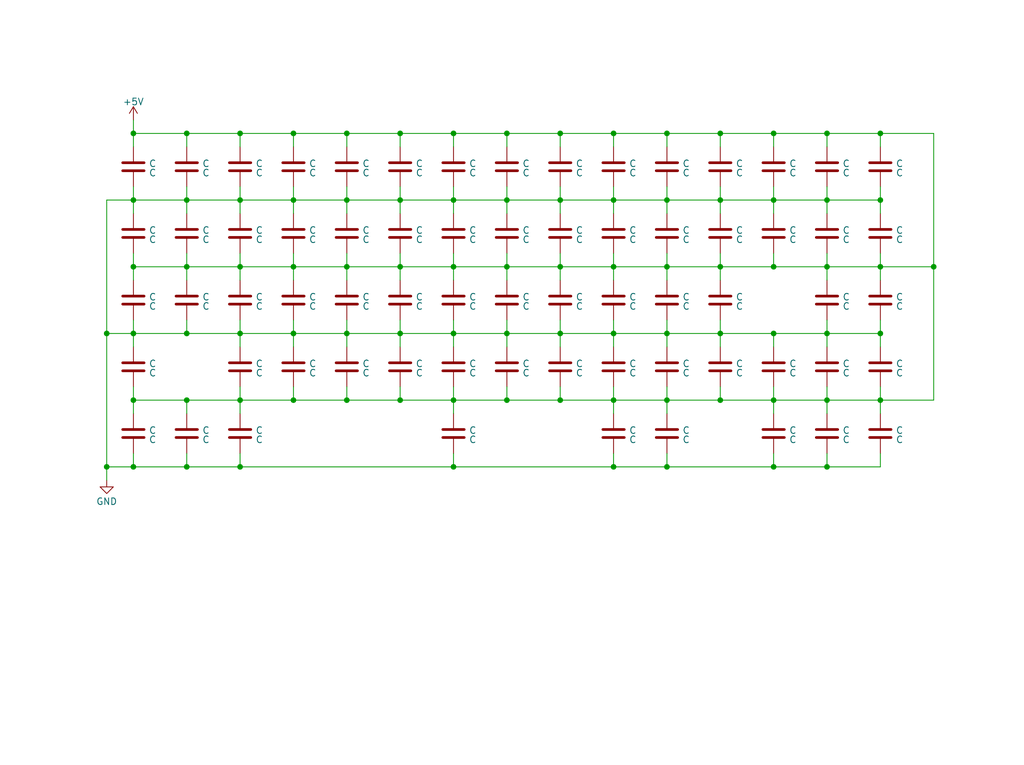
<source format=kicad_sch>
(kicad_sch (version 20220404) (generator eeschema)
  (paper "User" 194.996 145.745)
  (title_block (title "Nyx (RGB Capacitors)") (date "2023-06-05") (rev "1") (comment 1 "Copyright © 2023 HorrorTroll") (comment 2 "GPL2 License"))
  (lib_symbols
    (symbol "Device:C" (pin_numbers hide) (pin_names (offset 0.254))
      (property "Reference" "C" (at 0.635 2.54 0))
      (property "Value" "C" (at 0.635 -2.54 0))
      (symbol "C_0_1"
        (polyline (pts (xy -2.032 -0.762) (xy 2.032 -0.762)) (stroke (width 0.508)))
        (polyline (pts (xy -2.032 0.762) (xy 2.032 0.762)) (stroke (width 0.508)))
      )
      (symbol "C_1_1"
        (pin passive line (at 0 3.81 270) (length 2.794) (name "~") (number "1"))
        (pin passive line (at 0 -3.81 90) (length 2.794) (name "~") (number "2"))
      )
    )
    (symbol "power:+5V" (power) (pin_names (offset 0))
      (property "Value" "+5V" (at 0 3.556 0))
      (symbol "+5V_0_1"
        (polyline (pts (xy -0.762 1.27) (xy 0 2.54)))
        (polyline (pts (xy 0 0) (xy 0 2.54)))
        (polyline (pts (xy 0 2.54) (xy 0.762 1.27)))
      )
      (symbol "+5V_1_1"
        (pin power_in line (at 0 0 90) (length 0) hide (name "+5V") (number "1"))
      )
    )
    (symbol "power:GND" (power) (pin_names (offset 0))
      (property "Value" "GND" (at 0 -3.81 0))
      (symbol "GND_0_1"
        (polyline (pts (xy 0 0) (xy 0 -1.27) (xy 1.27 -1.27) (xy 0 -2.54) (xy -1.27 -1.27) (xy 0 -1.27)))
      )
      (symbol "GND_1_1"
        (pin power_in line (at 0 0 270) (length 0) hide (name "GND") (number "1"))
      )
    )
  )
  (junction (at 55.88 50.8))
  (junction (at 55.88 38.1))
  (junction (at 157.48 38.1))
  (junction (at 96.52 76.2))
  (junction (at 96.52 25.4))
  (junction (at 96.52 50.8))
  (junction (at 25.4 88.9))
  (junction (at 106.68 50.8))
  (junction (at 20.32 63.5))
  (junction (at 147.32 50.8))
  (junction (at 66.04 50.8))
  (junction (at 177.8 50.8))
  (junction (at 147.32 25.4))
  (junction (at 127 88.9))
  (junction (at 116.84 76.2))
  (junction (at 25.4 25.4))
  (junction (at 66.04 25.4))
  (junction (at 76.2 50.8))
  (junction (at 76.2 63.5))
  (junction (at 25.4 63.5))
  (junction (at 127 76.2))
  (junction (at 55.88 76.2))
  (junction (at 86.36 38.1))
  (junction (at 25.4 76.2))
  (junction (at 137.16 38.1))
  (junction (at 76.2 38.1))
  (junction (at 106.68 38.1))
  (junction (at 35.56 76.2))
  (junction (at 55.88 63.5))
  (junction (at 45.72 63.5))
  (junction (at 127 25.4))
  (junction (at 147.32 88.9))
  (junction (at 86.36 63.5))
  (junction (at 35.56 88.9))
  (junction (at 137.16 25.4))
  (junction (at 35.56 38.1))
  (junction (at 106.68 63.5))
  (junction (at 106.68 25.4))
  (junction (at 167.64 38.1))
  (junction (at 25.4 38.1))
  (junction (at 157.48 50.8))
  (junction (at 86.36 25.4))
  (junction (at 76.2 76.2))
  (junction (at 147.32 76.2))
  (junction (at 167.64 25.4))
  (junction (at 35.56 63.5))
  (junction (at 45.72 38.1))
  (junction (at 86.36 76.2))
  (junction (at 45.72 88.9))
  (junction (at 86.36 50.8))
  (junction (at 127 50.8))
  (junction (at 137.16 63.5))
  (junction (at 106.68 76.2))
  (junction (at 167.64 63.5))
  (junction (at 76.2 25.4))
  (junction (at 116.84 25.4))
  (junction (at 35.56 25.4))
  (junction (at 66.04 76.2))
  (junction (at 157.48 88.9))
  (junction (at 35.56 50.8))
  (junction (at 96.52 63.5))
  (junction (at 137.16 50.8))
  (junction (at 137.16 76.2))
  (junction (at 127 63.5))
  (junction (at 147.32 63.5))
  (junction (at 127 38.1))
  (junction (at 66.04 63.5))
  (junction (at 157.48 63.5))
  (junction (at 45.72 76.2))
  (junction (at 20.32 88.9))
  (junction (at 55.88 25.4))
  (junction (at 147.32 38.1))
  (junction (at 45.72 50.8))
  (junction (at 167.64 50.8))
  (junction (at 116.84 63.5))
  (junction (at 157.48 76.2))
  (junction (at 157.48 25.4))
  (junction (at 96.52 38.1))
  (junction (at 86.36 88.9))
  (junction (at 45.72 25.4))
  (junction (at 66.04 38.1))
  (junction (at 116.84 38.1))
  (junction (at 167.64 76.2))
  (junction (at 116.84 50.8))
  (junction (at 25.4 50.8))
  (junction (at 116.84 88.9))
  (wire (pts (xy 76.2 73.66) (xy 76.2 76.2)))
  (wire (pts (xy 157.48 50.8) (xy 157.48 53.34)))
  (wire (pts (xy 25.4 22.86) (xy 25.4 25.4)))
  (wire (pts (xy 25.4 73.66) (xy 25.4 76.2)))
  (wire (pts (xy 25.4 60.96) (xy 25.4 63.5)))
  (wire (pts (xy 55.88 25.4) (xy 66.04 25.4)))
  (wire (pts (xy 137.16 60.96) (xy 137.16 63.5)))
  (wire (pts (xy 106.68 25.4) (xy 116.84 25.4)))
  (wire (pts (xy 116.84 48.26) (xy 116.84 50.8)))
  (wire (pts (xy 177.8 76.2) (xy 167.64 76.2)))
  (wire (pts (xy 167.64 73.66) (xy 167.64 76.2)))
  (wire (pts (xy 86.36 50.8) (xy 96.52 50.8)))
  (wire (pts (xy 116.84 53.34) (xy 116.84 50.8)))
  (wire (pts (xy 167.64 50.8) (xy 177.8 50.8)))
  (wire (pts (xy 35.56 63.5) (xy 45.72 63.5)))
  (wire (pts (xy 55.88 38.1) (xy 66.04 38.1)))
  (wire (pts (xy 147.32 88.9) (xy 127 88.9)))
  (wire (pts (xy 157.48 48.26) (xy 157.48 50.8)))
  (wire (pts (xy 76.2 50.8) (xy 86.36 50.8)))
  (wire (pts (xy 137.16 35.56) (xy 137.16 38.1)))
  (wire (pts (xy 106.68 63.5) (xy 96.52 63.5)))
  (wire (pts (xy 106.68 35.56) (xy 106.68 38.1)))
  (wire (pts (xy 35.56 38.1) (xy 35.56 40.64)))
  (wire (pts (xy 116.84 73.66) (xy 116.84 76.2)))
  (wire (pts (xy 116.84 63.5) (xy 106.68 63.5)))
  (wire (pts (xy 167.64 88.9) (xy 157.48 88.9)))
  (wire (pts (xy 25.4 38.1) (xy 20.32 38.1)))
  (wire (pts (xy 55.88 76.2) (xy 66.04 76.2)))
  (wire (pts (xy 86.36 76.2) (xy 96.52 76.2)))
  (wire (pts (xy 96.52 63.5) (xy 96.52 60.96)))
  (wire (pts (xy 127 50.8) (xy 127 53.34)))
  (wire (pts (xy 35.56 86.36) (xy 35.56 88.9)))
  (wire (pts (xy 66.04 48.26) (xy 66.04 50.8)))
  (wire (pts (xy 86.36 63.5) (xy 96.52 63.5)))
  (wire (pts (xy 45.72 73.66) (xy 45.72 76.2)))
  (wire (pts (xy 35.56 38.1) (xy 45.72 38.1)))
  (wire (pts (xy 157.48 63.5) (xy 157.48 60.96)))
  (wire (pts (xy 147.32 38.1) (xy 137.16 38.1)))
  (wire (pts (xy 127 78.74) (xy 127 76.2)))
  (wire (pts (xy 116.84 86.36) (xy 116.84 88.9)))
  (wire (pts (xy 86.36 25.4) (xy 96.52 25.4)))
  (wire (pts (xy 76.2 38.1) (xy 76.2 40.64)))
  (wire (pts (xy 45.72 48.26) (xy 45.72 50.8)))
  (wire (pts (xy 45.72 60.96) (xy 45.72 63.5)))
  (wire (pts (xy 127 50.8) (xy 127 48.26)))
  (wire (pts (xy 35.56 50.8) (xy 45.72 50.8)))
  (wire (pts (xy 25.4 50.8) (xy 35.56 50.8)))
  (wire (pts (xy 137.16 25.4) (xy 137.16 27.94)))
  (wire (pts (xy 137.16 76.2) (xy 137.16 73.66)))
  (wire (pts (xy 147.32 38.1) (xy 147.32 40.64)))
  (wire (pts (xy 167.64 78.74) (xy 167.64 76.2)))
  (wire (pts (xy 66.04 73.66) (xy 66.04 76.2)))
  (wire (pts (xy 76.2 60.96) (xy 76.2 63.5)))
  (wire (pts (xy 157.48 63.5) (xy 167.64 63.5)))
  (wire (pts (xy 66.04 50.8) (xy 76.2 50.8)))
  (wire (pts (xy 96.52 76.2) (xy 106.68 76.2)))
  (wire (pts (xy 66.04 76.2) (xy 76.2 76.2)))
  (wire (pts (xy 106.68 38.1) (xy 116.84 38.1)))
  (wire (pts (xy 147.32 76.2) (xy 147.32 78.74)))
  (wire (pts (xy 147.32 35.56) (xy 147.32 38.1)))
  (wire (pts (xy 116.84 50.8) (xy 106.68 50.8)))
  (wire (pts (xy 116.84 38.1) (xy 127 38.1)))
  (wire (pts (xy 137.16 50.8) (xy 147.32 50.8)))
  (wire (pts (xy 116.84 35.56) (xy 116.84 38.1)))
  (wire (pts (xy 127 76.2) (xy 127 73.66)))
  (wire (pts (xy 35.56 48.26) (xy 35.56 50.8)))
  (wire (pts (xy 55.88 50.8) (xy 55.88 53.34)))
  (wire (pts (xy 86.36 25.4) (xy 86.36 27.94)))
  (wire (pts (xy 137.16 25.4) (xy 147.32 25.4)))
  (wire (pts (xy 25.4 76.2) (xy 35.56 76.2)))
  (wire (pts (xy 55.88 50.8) (xy 66.04 50.8)))
  (wire (pts (xy 116.84 38.1) (xy 116.84 40.64)))
  (wire (pts (xy 116.84 25.4) (xy 116.84 27.94)))
  (wire (pts (xy 86.36 66.04) (xy 86.36 63.5)))
  (wire (pts (xy 20.32 63.5) (xy 25.4 63.5)))
  (wire (pts (xy 55.88 50.8) (xy 55.88 48.26)))
  (wire (pts (xy 106.68 73.66) (xy 106.68 76.2)))
  (wire (pts (xy 35.56 76.2) (xy 35.56 78.74)))
  (wire (pts (xy 127 38.1) (xy 137.16 38.1)))
  (wire (pts (xy 127 50.8) (xy 137.16 50.8)))
  (wire (pts (xy 66.04 38.1) (xy 66.04 40.64)))
  (wire (pts (xy 86.36 48.26) (xy 86.36 50.8)))
  (wire (pts (xy 106.68 60.96) (xy 106.68 63.5)))
  (wire (pts (xy 137.16 53.34) (xy 137.16 50.8)))
  (wire (pts (xy 127 60.96) (xy 127 63.5)))
  (wire (pts (xy 96.52 48.26) (xy 96.52 50.8)))
  (wire (pts (xy 25.4 86.36) (xy 25.4 88.9)))
  (wire (pts (xy 20.32 88.9) (xy 20.32 91.44)))
  (wire (pts (xy 147.32 48.26) (xy 147.32 50.8)))
  (wire (pts (xy 127 35.56) (xy 127 38.1)))
  (wire (pts (xy 127 38.1) (xy 127 40.64)))
  (wire (pts (xy 86.36 76.2) (xy 86.36 78.74)))
  (wire (pts (xy 177.8 25.4) (xy 177.8 50.8)))
  (wire (pts (xy 86.36 60.96) (xy 86.36 63.5)))
  (wire (pts (xy 127 63.5) (xy 137.16 63.5)))
  (wire (pts (xy 86.36 50.8) (xy 86.36 53.34)))
  (wire (pts (xy 177.8 25.4) (xy 167.64 25.4)))
  (wire (pts (xy 157.48 63.5) (xy 157.48 66.04)))
  (wire (pts (xy 167.64 66.04) (xy 167.64 63.5)))
  (wire (pts (xy 45.72 25.4) (xy 55.88 25.4)))
  (wire (pts (xy 116.84 63.5) (xy 127 63.5)))
  (wire (pts (xy 76.2 76.2) (xy 86.36 76.2)))
  (wire (pts (xy 116.84 60.96) (xy 116.84 63.5)))
  (wire (pts (xy 157.48 35.56) (xy 157.48 38.1)))
  (wire (pts (xy 116.84 76.2) (xy 127 76.2)))
  (wire (pts (xy 137.16 50.8) (xy 137.16 48.26)))
  (wire (pts (xy 167.64 50.8) (xy 167.64 48.26)))
  (wire (pts (xy 86.36 38.1) (xy 86.36 40.64)))
  (wire (pts (xy 45.72 78.74) (xy 45.72 76.2)))
  (wire (pts (xy 55.88 73.66) (xy 55.88 76.2)))
  (wire (pts (xy 76.2 50.8) (xy 76.2 48.26)))
  (wire (pts (xy 116.84 50.8) (xy 127 50.8)))
  (wire (pts (xy 106.68 38.1) (xy 106.68 40.64)))
  (wire (pts (xy 157.48 73.66) (xy 157.48 76.2)))
  (wire (pts (xy 167.64 63.5) (xy 167.64 60.96)))
  (wire (pts (xy 96.52 76.2) (xy 96.52 73.66)))
  (wire (pts (xy 35.56 60.96) (xy 35.56 63.5)))
  (wire (pts (xy 157.48 25.4) (xy 157.48 27.94)))
  (wire (pts (xy 127 63.5) (xy 127 66.04)))
  (wire (pts (xy 66.04 35.56) (xy 66.04 38.1)))
  (wire (pts (xy 76.2 50.8) (xy 76.2 53.34)))
  (wire (pts (xy 157.48 86.36) (xy 157.48 88.9)))
  (wire (pts (xy 96.52 50.8) (xy 96.52 53.34)))
  (wire (pts (xy 66.04 60.96) (xy 66.04 63.5)))
  (wire (pts (xy 96.52 25.4) (xy 96.52 27.94)))
  (wire (pts (xy 147.32 63.5) (xy 157.48 63.5)))
  (wire (pts (xy 45.72 38.1) (xy 55.88 38.1)))
  (wire (pts (xy 66.04 63.5) (xy 66.04 66.04)))
  (wire (pts (xy 55.88 35.56) (xy 55.88 38.1)))
  (wire (pts (xy 157.48 25.4) (xy 147.32 25.4)))
  (wire (pts (xy 137.16 63.5) (xy 137.16 66.04)))
  (wire (pts (xy 45.72 50.8) (xy 45.72 53.34)))
  (wire (pts (xy 167.64 27.94) (xy 167.64 25.4)))
  (wire (pts (xy 25.4 78.74) (xy 25.4 76.2)))
  (wire (pts (xy 20.32 88.9) (xy 25.4 88.9)))
  (wire (pts (xy 127 25.4) (xy 127 27.94)))
  (wire (pts (xy 106.68 48.26) (xy 106.68 50.8)))
  (wire (pts (xy 25.4 35.56) (xy 25.4 38.1)))
  (wire (pts (xy 86.36 86.36) (xy 86.36 88.9)))
  (wire (pts (xy 86.36 73.66) (xy 86.36 76.2)))
  (wire (pts (xy 157.48 50.8) (xy 167.64 50.8)))
  (wire (pts (xy 25.4 50.8) (xy 25.4 53.34)))
  (wire (pts (xy 45.72 76.2) (xy 35.56 76.2)))
  (wire (pts (xy 35.56 38.1) (xy 35.56 35.56)))
  (wire (pts (xy 76.2 63.5) (xy 86.36 63.5)))
  (wire (pts (xy 147.32 76.2) (xy 157.48 76.2)))
  (wire (pts (xy 147.32 25.4) (xy 147.32 27.94)))
  (wire (pts (xy 157.48 76.2) (xy 167.64 76.2)))
  (wire (pts (xy 116.84 88.9) (xy 127 88.9)))
  (wire (pts (xy 66.04 63.5) (xy 76.2 63.5)))
  (wire (pts (xy 116.84 25.4) (xy 127 25.4)))
  (wire (pts (xy 55.88 76.2) (xy 45.72 76.2)))
  (wire (pts (xy 45.72 88.9) (xy 86.36 88.9)))
  (wire (pts (xy 86.36 88.9) (xy 116.84 88.9)))
  (wire (pts (xy 45.72 63.5) (xy 55.88 63.5)))
  (wire (pts (xy 45.72 50.8) (xy 55.88 50.8)))
  (wire (pts (xy 167.64 53.34) (xy 167.64 50.8)))
  (wire (pts (xy 66.04 25.4) (xy 76.2 25.4)))
  (wire (pts (xy 76.2 25.4) (xy 86.36 25.4)))
  (wire (pts (xy 25.4 63.5) (xy 35.56 63.5)))
  (wire (pts (xy 25.4 38.1) (xy 25.4 40.64)))
  (wire (pts (xy 137.16 63.5) (xy 147.32 63.5)))
  (wire (pts (xy 157.48 38.1) (xy 157.48 40.64)))
  (wire (pts (xy 167.64 25.4) (xy 157.48 25.4)))
  (wire (pts (xy 127 76.2) (xy 137.16 76.2)))
  (wire (pts (xy 96.52 35.56) (xy 96.52 38.1)))
  (wire (pts (xy 20.32 63.5) (xy 20.32 88.9)))
  (wire (pts (xy 25.4 88.9) (xy 35.56 88.9)))
  (wire (pts (xy 96.52 50.8) (xy 106.68 50.8)))
  (wire (pts (xy 35.56 53.34) (xy 35.56 50.8)))
  (wire (pts (xy 147.32 50.8) (xy 157.48 50.8)))
  (wire (pts (xy 55.88 38.1) (xy 55.88 40.64)))
  (wire (pts (xy 35.56 25.4) (xy 35.56 27.94)))
  (wire (pts (xy 76.2 66.04) (xy 76.2 63.5)))
  (wire (pts (xy 66.04 25.4) (xy 66.04 27.94)))
  (wire (pts (xy 86.36 38.1) (xy 96.52 38.1)))
  (wire (pts (xy 45.72 66.04) (xy 45.72 63.5)))
  (wire (pts (xy 96.52 38.1) (xy 106.68 38.1)))
  (wire (pts (xy 25.4 25.4) (xy 25.4 27.94)))
  (wire (pts (xy 137.16 76.2) (xy 147.32 76.2)))
  (wire (pts (xy 116.84 78.74) (xy 116.84 76.2)))
  (wire (pts (xy 157.48 88.9) (xy 147.32 88.9)))
  (wire (pts (xy 25.4 38.1) (xy 35.56 38.1)))
  (wire (pts (xy 167.64 38.1) (xy 157.48 38.1)))
  (wire (pts (xy 55.88 63.5) (xy 55.88 66.04)))
  (wire (pts (xy 35.56 88.9) (xy 45.72 88.9)))
  (wire (pts (xy 127 88.9) (xy 127 86.36)))
  (wire (pts (xy 20.32 38.1) (xy 20.32 63.5)))
  (wire (pts (xy 106.68 63.5) (xy 106.68 66.04)))
  (wire (pts (xy 55.88 63.5) (xy 66.04 63.5)))
  (wire (pts (xy 45.72 25.4) (xy 45.72 27.94)))
  (wire (pts (xy 96.52 25.4) (xy 106.68 25.4)))
  (wire (pts (xy 86.36 35.56) (xy 86.36 38.1)))
  (wire (pts (xy 157.48 78.74) (xy 157.48 76.2)))
  (wire (pts (xy 25.4 25.4) (xy 35.56 25.4)))
  (wire (pts (xy 25.4 63.5) (xy 25.4 66.04)))
  (wire (pts (xy 76.2 25.4) (xy 76.2 27.94)))
  (wire (pts (xy 167.64 86.36) (xy 167.64 88.9)))
  (wire (pts (xy 66.04 38.1) (xy 76.2 38.1)))
  (wire (pts (xy 76.2 35.56) (xy 76.2 38.1)))
  (wire (pts (xy 167.64 35.56) (xy 167.64 38.1)))
  (wire (pts (xy 45.72 35.56) (xy 45.72 38.1)))
  (wire (pts (xy 106.68 27.94) (xy 106.68 25.4)))
  (wire (pts (xy 127 25.4) (xy 137.16 25.4)))
  (wire (pts (xy 55.88 60.96) (xy 55.88 63.5)))
  (wire (pts (xy 177.8 50.8) (xy 177.8 76.2)))
  (wire (pts (xy 76.2 38.1) (xy 86.36 38.1)))
  (wire (pts (xy 106.68 76.2) (xy 116.84 76.2)))
  (wire (pts (xy 157.48 38.1) (xy 147.32 38.1)))
  (wire (pts (xy 25.4 48.26) (xy 25.4 50.8)))
  (wire (pts (xy 147.32 86.36) (xy 147.32 88.9)))
  (wire (pts (xy 35.56 25.4) (xy 45.72 25.4)))
  (wire (pts (xy 147.32 73.66) (xy 147.32 76.2)))
  (wire (pts (xy 45.72 38.1) (xy 45.72 40.64)))
  (wire (pts (xy 137.16 38.1) (xy 137.16 40.64)))
  (wire (pts (xy 96.52 38.1) (xy 96.52 40.64)))
  (wire (pts (xy 96.52 63.5) (xy 96.52 66.04)))
  (wire (pts (xy 167.64 38.1) (xy 167.64 40.64)))
  (wire (pts (xy 116.84 66.04) (xy 116.84 63.5)))
  (wire (pts (xy 45.72 88.9) (xy 45.72 86.36)))
  (wire (pts (xy 106.68 50.8) (xy 106.68 53.34)))
  (wire (pts (xy 147.32 63.5) (xy 147.32 66.04)))
  (wire (pts (xy 55.88 25.4) (xy 55.88 27.94)))
  (wire (pts (xy 66.04 50.8) (xy 66.04 53.34)))
  (symbol (lib_id "Device:C") (at 116.84 69.85 0) (unit 1)
    (default_instance (reference "C") (unit 1) (value "C") (footprint ""))
    (property "Reference" "C" (at 119.761 69.2555 0) (effects (justify left)))
    (property "Value" "C" (at 119.761 71.0177 0) (effects (justify left)))
    (property "LCSC Part Number" "C14663" (effects hide))
  )
  (symbol (lib_id "Device:C") (at 76.2 57.15 0) (unit 1)
    (default_instance (reference "C") (unit 1) (value "C") (footprint ""))
    (property "Reference" "C" (at 79.121 56.5555 0) (effects (justify left)))
    (property "Value" "C" (at 79.121 58.3177 0) (effects (justify left)))
    (property "LCSC Part Number" "C14663" (effects hide))
  )
  (symbol (lib_id "Device:C") (at 25.4 44.45 0) (unit 1)
    (default_instance (reference "C") (unit 1) (value "C") (footprint ""))
    (property "Reference" "C" (at 28.321 43.8555 0) (effects (justify left)))
    (property "Value" "C" (at 28.321 45.6177 0) (effects (justify left)))
    (property "LCSC Part Number" "C14663" (effects hide))
  )
  (symbol (lib_id "Device:C") (at 127 69.85 0) (unit 1)
    (default_instance (reference "C") (unit 1) (value "C") (footprint ""))
    (property "Reference" "C" (at 129.921 69.2555 0) (effects (justify left)))
    (property "Value" "C" (at 129.921 71.0177 0) (effects (justify left)))
    (property "LCSC Part Number" "C14663" (effects hide))
  )
  (symbol (lib_id "Device:C") (at 147.32 69.85 0) (unit 1)
    (default_instance (reference "C") (unit 1) (value "C") (footprint ""))
    (property "Reference" "C" (at 150.241 69.2555 0) (effects (justify left)))
    (property "Value" "C" (at 150.241 71.0177 0) (effects (justify left)))
    (property "LCSC Part Number" "C14663" (effects hide))
  )
  (symbol (lib_id "Device:C") (at 25.4 82.55 0) (unit 1)
    (default_instance (reference "C") (unit 1) (value "C") (footprint ""))
    (property "Reference" "C" (at 28.321 81.9555 0) (effects (justify left)))
    (property "Value" "C" (at 28.321 83.7177 0) (effects (justify left)))
    (property "LCSC Part Number" "C14663" (effects hide))
  )
  (symbol (lib_id "Device:C") (at 106.68 44.45 0) (unit 1)
    (default_instance (reference "C") (unit 1) (value "C") (footprint ""))
    (property "Reference" "C" (at 109.601 43.8555 0) (effects (justify left)))
    (property "Value" "C" (at 109.601 45.6177 0) (effects (justify left)))
    (property "LCSC Part Number" "C14663" (effects hide))
  )
  (symbol (lib_id "Device:C") (at 25.4 69.85 0) (unit 1)
    (default_instance (reference "C") (unit 1) (value "C") (footprint ""))
    (property "Reference" "C" (at 28.321 69.2555 0) (effects (justify left)))
    (property "Value" "C" (at 28.321 71.0177 0) (effects (justify left)))
    (property "LCSC Part Number" "C14663" (effects hide))
  )
  (symbol (lib_id "Device:C") (at 157.48 82.55 0) (unit 1)
    (default_instance (reference "C") (unit 1) (value "C") (footprint ""))
    (property "Reference" "C" (at 160.401 81.9555 0) (effects (justify left)))
    (property "Value" "C" (at 160.401 83.7177 0) (effects (justify left)))
    (property "LCSC Part Number" "C14663" (effects hide))
  )
  (symbol (lib_id "Device:C") (at 66.04 31.75 0) (unit 1)
    (default_instance (reference "C") (unit 1) (value "C") (footprint ""))
    (property "Reference" "C" (at 68.961 31.1555 0) (effects (justify left)))
    (property "Value" "C" (at 68.961 32.9177 0) (effects (justify left)))
    (property "LCSC Part Number" "C14663" (effects hide))
  )
  (symbol (lib_id "Device:C") (at 45.72 44.45 0) (unit 1)
    (default_instance (reference "C") (unit 1) (value "C") (footprint ""))
    (property "Reference" "C" (at 48.641 43.8555 0) (effects (justify left)))
    (property "Value" "C" (at 48.641 45.6177 0) (effects (justify left)))
    (property "LCSC Part Number" "C14663" (effects hide))
  )
  (symbol (lib_id "Device:C") (at 137.16 44.45 0) (unit 1)
    (default_instance (reference "C") (unit 1) (value "C") (footprint ""))
    (property "Reference" "C" (at 140.081 43.8555 0) (effects (justify left)))
    (property "Value" "C" (at 140.081 45.6177 0) (effects (justify left)))
    (property "LCSC Part Number" "C14663" (effects hide))
  )
  (symbol (lib_id "Device:C") (at 45.72 69.85 0) (unit 1)
    (default_instance (reference "C") (unit 1) (value "C") (footprint ""))
    (property "Reference" "C" (at 48.641 69.2555 0) (effects (justify left)))
    (property "Value" "C" (at 48.641 71.0177 0) (effects (justify left)))
    (property "LCSC Part Number" "C14663" (effects hide))
  )
  (symbol (lib_id "Device:C") (at 147.32 31.75 0) (unit 1)
    (default_instance (reference "C") (unit 1) (value "C") (footprint ""))
    (property "Reference" "C" (at 150.241 31.1555 0) (effects (justify left)))
    (property "Value" "C" (at 150.241 32.9177 0) (effects (justify left)))
    (property "LCSC Part Number" "C14663" (effects hide))
  )
  (symbol (lib_id "Device:C") (at 137.16 31.75 0) (unit 1)
    (default_instance (reference "C") (unit 1) (value "C") (footprint ""))
    (property "Reference" "C" (at 140.081 31.1555 0) (effects (justify left)))
    (property "Value" "C" (at 140.081 32.9177 0) (effects (justify left)))
    (property "LCSC Part Number" "C14663" (effects hide))
  )
  (symbol (lib_id "Device:C") (at 127 82.55 0) (unit 1)
    (default_instance (reference "C") (unit 1) (value "C") (footprint ""))
    (property "Reference" "C" (at 129.921 81.9555 0) (effects (justify left)))
    (property "Value" "C" (at 129.921 83.7177 0) (effects (justify left)))
    (property "LCSC Part Number" "C14663" (effects hide))
  )
  (symbol (lib_id "Device:C") (at 167.64 69.85 0) (unit 1)
    (default_instance (reference "C") (unit 1) (value "C") (footprint ""))
    (property "Reference" "C" (at 170.561 69.2555 0) (effects (justify left)))
    (property "Value" "C" (at 170.561 71.0177 0) (effects (justify left)))
    (property "LCSC Part Number" "C14663" (effects hide))
  )
  (symbol (lib_id "Device:C") (at 86.36 57.15 0) (unit 1)
    (default_instance (reference "C") (unit 1) (value "C") (footprint ""))
    (property "Reference" "C" (at 89.281 56.5555 0) (effects (justify left)))
    (property "Value" "C" (at 89.281 58.3177 0) (effects (justify left)))
    (property "LCSC Part Number" "C14663" (effects hide))
  )
  (symbol (lib_id "Device:C") (at 127 31.75 0) (unit 1)
    (default_instance (reference "C") (unit 1) (value "C") (footprint ""))
    (property "Reference" "C" (at 129.921 31.1555 0) (effects (justify left)))
    (property "Value" "C" (at 129.921 32.9177 0) (effects (justify left)))
    (property "LCSC Part Number" "C14663" (effects hide))
  )
  (symbol (lib_id "Device:C") (at 106.68 57.15 0) (unit 1)
    (default_instance (reference "C") (unit 1) (value "C") (footprint ""))
    (property "Reference" "C" (at 109.601 56.5555 0) (effects (justify left)))
    (property "Value" "C" (at 109.601 58.3177 0) (effects (justify left)))
    (property "LCSC Part Number" "C14663" (effects hide))
  )
  (symbol (lib_id "Device:C") (at 127 44.45 0) (unit 1)
    (default_instance (reference "C") (unit 1) (value "C") (footprint ""))
    (property "Reference" "C" (at 129.921 43.8555 0) (effects (justify left)))
    (property "Value" "C" (at 129.921 45.6177 0) (effects (justify left)))
    (property "LCSC Part Number" "C14663" (effects hide))
  )
  (symbol (lib_id "Device:C") (at 106.68 31.75 0) (unit 1)
    (default_instance (reference "C") (unit 1) (value "C") (footprint ""))
    (property "Reference" "C" (at 109.601 31.1555 0) (effects (justify left)))
    (property "Value" "C" (at 109.601 32.9177 0) (effects (justify left)))
    (property "LCSC Part Number" "C14663" (effects hide))
  )
  (symbol (lib_id "Device:C") (at 157.48 69.85 0) (unit 1)
    (default_instance (reference "C") (unit 1) (value "C") (footprint ""))
    (property "Reference" "C" (at 160.401 69.2555 0) (effects (justify left)))
    (property "Value" "C" (at 160.401 71.0177 0) (effects (justify left)))
    (property "LCSC Part Number" "C14663" (effects hide))
  )
  (symbol (lib_id "Device:C") (at 157.48 31.75 0) (unit 1)
    (default_instance (reference "C") (unit 1) (value "C") (footprint ""))
    (property "Reference" "C" (at 160.401 31.1555 0) (effects (justify left)))
    (property "Value" "C" (at 160.401 32.9177 0) (effects (justify left)))
    (property "LCSC Part Number" "C14663" (effects hide))
  )
  (symbol (lib_id "Device:C") (at 55.88 69.85 0) (unit 1)
    (default_instance (reference "C") (unit 1) (value "C") (footprint ""))
    (property "Reference" "C" (at 58.801 69.2555 0) (effects (justify left)))
    (property "Value" "C" (at 58.801 71.0177 0) (effects (justify left)))
    (property "LCSC Part Number" "C14663" (effects hide))
  )
  (symbol (lib_id "Device:C") (at 137.16 69.85 0) (unit 1)
    (default_instance (reference "C") (unit 1) (value "C") (footprint ""))
    (property "Reference" "C" (at 140.081 69.2555 0) (effects (justify left)))
    (property "Value" "C" (at 140.081 71.0177 0) (effects (justify left)))
    (property "LCSC Part Number" "C14663" (effects hide))
  )
  (symbol (lib_id "Device:C") (at 25.4 57.15 0) (unit 1)
    (default_instance (reference "C") (unit 1) (value "C") (footprint ""))
    (property "Reference" "C" (at 28.321 56.5555 0) (effects (justify left)))
    (property "Value" "C" (at 28.321 58.3177 0) (effects (justify left)))
    (property "LCSC Part Number" "C14663" (effects hide))
  )
  (symbol (lib_id "Device:C") (at 86.36 31.75 0) (unit 1)
    (default_instance (reference "C") (unit 1) (value "C") (footprint ""))
    (property "Reference" "C" (at 89.281 31.1555 0) (effects (justify left)))
    (property "Value" "C" (at 89.281 32.9177 0) (effects (justify left)))
    (property "LCSC Part Number" "C14663" (effects hide))
  )
  (symbol (lib_id "Device:C") (at 35.56 44.45 0) (unit 1)
    (default_instance (reference "C") (unit 1) (value "C") (footprint ""))
    (property "Reference" "C" (at 38.481 43.8555 0) (effects (justify left)))
    (property "Value" "C" (at 38.481 45.6177 0) (effects (justify left)))
    (property "LCSC Part Number" "C14663" (effects hide))
  )
  (symbol (lib_id "Device:C") (at 167.64 31.75 0) (unit 1)
    (default_instance (reference "C") (unit 1) (value "C") (footprint ""))
    (property "Reference" "C" (at 170.561 31.1555 0) (effects (justify left)))
    (property "Value" "C" (at 170.561 32.9177 0) (effects (justify left)))
    (property "LCSC Part Number" "C14663" (effects hide))
  )
  (symbol (lib_id "Device:C") (at 96.52 31.75 0) (unit 1)
    (default_instance (reference "C") (unit 1) (value "C") (footprint ""))
    (property "Reference" "C" (at 99.441 31.1555 0) (effects (justify left)))
    (property "Value" "C" (at 99.441 32.9177 0) (effects (justify left)))
    (property "LCSC Part Number" "C14663" (effects hide))
  )
  (symbol (lib_id "Device:C") (at 86.36 44.45 0) (unit 1)
    (default_instance (reference "C") (unit 1) (value "C") (footprint ""))
    (property "Reference" "C" (at 89.281 43.8555 0) (effects (justify left)))
    (property "Value" "C" (at 89.281 45.6177 0) (effects (justify left)))
    (property "LCSC Part Number" "C14663" (effects hide))
  )
  (symbol (lib_id "Device:C") (at 86.36 82.55 0) (unit 1)
    (default_instance (reference "C") (unit 1) (value "C") (footprint ""))
    (property "Reference" "C" (at 89.281 81.9555 0) (effects (justify left)))
    (property "Value" "C" (at 89.281 83.7177 0) (effects (justify left)))
    (property "LCSC Part Number" "C14663" (effects hide))
  )
  (symbol (lib_id "Device:C") (at 55.88 57.15 0) (unit 1)
    (default_instance (reference "C") (unit 1) (value "C") (footprint ""))
    (property "Reference" "C" (at 58.801 56.5555 0) (effects (justify left)))
    (property "Value" "C" (at 58.801 58.3177 0) (effects (justify left)))
    (property "LCSC Part Number" "C14663" (effects hide))
  )
  (symbol (lib_id "Device:C") (at 66.04 57.15 0) (unit 1)
    (default_instance (reference "C") (unit 1) (value "C") (footprint ""))
    (property "Reference" "C" (at 68.961 56.5555 0) (effects (justify left)))
    (property "Value" "C" (at 68.961 58.3177 0) (effects (justify left)))
    (property "LCSC Part Number" "C14663" (effects hide))
  )
  (symbol (lib_id "Device:C") (at 147.32 82.55 0) (unit 1)
    (default_instance (reference "C") (unit 1) (value "C") (footprint ""))
    (property "Reference" "C" (at 150.241 81.9555 0) (effects (justify left)))
    (property "Value" "C" (at 150.241 83.7177 0) (effects (justify left)))
    (property "LCSC Part Number" "C14663" (effects hide))
  )
  (symbol (lib_id "Device:C") (at 45.72 57.15 0) (unit 1)
    (default_instance (reference "C") (unit 1) (value "C") (footprint ""))
    (property "Reference" "C" (at 48.641 56.5555 0) (effects (justify left)))
    (property "Value" "C" (at 48.641 58.3177 0) (effects (justify left)))
    (property "LCSC Part Number" "C14663" (effects hide))
  )
  (symbol (lib_id "Device:C") (at 157.48 44.45 0) (unit 1)
    (default_instance (reference "C") (unit 1) (value "C") (footprint ""))
    (property "Reference" "C" (at 160.401 43.8555 0) (effects (justify left)))
    (property "Value" "C" (at 160.401 45.6177 0) (effects (justify left)))
    (property "LCSC Part Number" "C14663" (effects hide))
  )
  (symbol (lib_id "Device:C") (at 96.52 69.85 0) (unit 1)
    (default_instance (reference "C") (unit 1) (value "C") (footprint ""))
    (property "Reference" "C" (at 99.441 69.2555 0) (effects (justify left)))
    (property "Value" "C" (at 99.441 71.0177 0) (effects (justify left)))
    (property "LCSC Part Number" "C14663" (effects hide))
  )
  (symbol (lib_id "Device:C") (at 45.72 31.75 0) (unit 1)
    (default_instance (reference "C") (unit 1) (value "C") (footprint ""))
    (property "Reference" "C" (at 48.641 31.1555 0) (effects (justify left)))
    (property "Value" "C" (at 48.641 32.9177 0) (effects (justify left)))
    (property "LCSC Part Number" "C14663" (effects hide))
  )
  (symbol (lib_id "Device:C") (at 96.52 57.15 0) (unit 1)
    (default_instance (reference "C") (unit 1) (value "C") (footprint ""))
    (property "Reference" "C" (at 99.441 56.5555 0) (effects (justify left)))
    (property "Value" "C" (at 99.441 58.3177 0) (effects (justify left)))
    (property "LCSC Part Number" "C14663" (effects hide))
  )
  (symbol (lib_id "Device:C") (at 86.36 69.85 0) (unit 1)
    (default_instance (reference "C") (unit 1) (value "C") (footprint ""))
    (property "Reference" "C" (at 89.281 69.2555 0) (effects (justify left)))
    (property "Value" "C" (at 89.281 71.0177 0) (effects (justify left)))
    (property "LCSC Part Number" "C14663" (effects hide))
  )
  (symbol (lib_id "Device:C") (at 116.84 57.15 0) (unit 1)
    (default_instance (reference "C") (unit 1) (value "C") (footprint ""))
    (property "Reference" "C" (at 119.761 56.5555 0) (effects (justify left)))
    (property "Value" "C" (at 119.761 58.3177 0) (effects (justify left)))
    (property "LCSC Part Number" "C14663" (effects hide))
  )
  (symbol (lib_id "Device:C") (at 127 57.15 0) (unit 1)
    (default_instance (reference "C") (unit 1) (value "C") (footprint ""))
    (property "Reference" "C" (at 129.921 56.5555 0) (effects (justify left)))
    (property "Value" "C" (at 129.921 58.3177 0) (effects (justify left)))
    (property "LCSC Part Number" "C14663" (effects hide))
  )
  (symbol (lib_id "Device:C") (at 35.56 57.15 0) (unit 1)
    (default_instance (reference "C") (unit 1) (value "C") (footprint ""))
    (property "Reference" "C" (at 38.481 56.5555 0) (effects (justify left)))
    (property "Value" "C" (at 38.481 58.3177 0) (effects (justify left)))
    (property "LCSC Part Number" "C14663" (effects hide))
  )
  (symbol (lib_id "Device:C") (at 157.48 57.15 0) (unit 1)
    (default_instance (reference "C") (unit 1) (value "C") (footprint ""))
    (property "Reference" "C" (at 160.401 56.5555 0) (effects (justify left)))
    (property "Value" "C" (at 160.401 58.3177 0) (effects (justify left)))
    (property "LCSC Part Number" "C14663" (effects hide))
  )
  (symbol (lib_id "Device:C") (at 167.64 44.45 0) (unit 1)
    (default_instance (reference "C") (unit 1) (value "C") (footprint ""))
    (property "Reference" "C" (at 170.561 43.8555 0) (effects (justify left)))
    (property "Value" "C" (at 170.561 45.6177 0) (effects (justify left)))
    (property "LCSC Part Number" "C14663" (effects hide))
  )
  (symbol (lib_id "Device:C") (at 116.84 82.55 0) (unit 1)
    (default_instance (reference "C") (unit 1) (value "C") (footprint ""))
    (property "Reference" "C" (at 119.761 81.9555 0) (effects (justify left)))
    (property "Value" "C" (at 119.761 83.7177 0) (effects (justify left)))
    (property "LCSC Part Number" "C14663" (effects hide))
  )
  (symbol (lib_id "Device:C") (at 96.52 44.45 0) (unit 1)
    (default_instance (reference "C") (unit 1) (value "C") (footprint ""))
    (property "Reference" "C" (at 99.441 43.8555 0) (effects (justify left)))
    (property "Value" "C" (at 99.441 45.6177 0) (effects (justify left)))
    (property "LCSC Part Number" "C14663" (effects hide))
  )
  (symbol (lib_id "Device:C") (at 116.84 31.75 0) (unit 1)
    (default_instance (reference "C") (unit 1) (value "C") (footprint ""))
    (property "Reference" "C" (at 119.761 31.1555 0) (effects (justify left)))
    (property "Value" "C" (at 119.761 32.9177 0) (effects (justify left)))
    (property "LCSC Part Number" "C14663" (effects hide))
  )
  (symbol (lib_id "Device:C") (at 137.16 57.15 0) (unit 1)
    (default_instance (reference "C") (unit 1) (value "C") (footprint ""))
    (property "Reference" "C" (at 140.081 56.5555 0) (effects (justify left)))
    (property "Value" "C" (at 140.081 58.3177 0) (effects (justify left)))
    (property "LCSC Part Number" "C14663" (effects hide))
  )
  (symbol (lib_id "Device:C") (at 167.64 82.55 0) (unit 1)
    (default_instance (reference "C") (unit 1) (value "C") (footprint ""))
    (property "Reference" "C" (at 170.561 81.9555 0) (effects (justify left)))
    (property "Value" "C" (at 170.561 83.7177 0) (effects (justify left)))
    (property "LCSC Part Number" "C14663" (effects hide))
  )
  (symbol (lib_id "Device:C") (at 106.68 69.85 0) (unit 1)
    (default_instance (reference "C") (unit 1) (value "C") (footprint ""))
    (property "Reference" "C" (at 109.601 69.2555 0) (effects (justify left)))
    (property "Value" "C" (at 109.601 71.0177 0) (effects (justify left)))
    (property "LCSC Part Number" "C14663" (effects hide))
  )
  (symbol (lib_id "Device:C") (at 76.2 31.75 0) (unit 1)
    (default_instance (reference "C") (unit 1) (value "C") (footprint ""))
    (property "Reference" "C" (at 79.121 31.1555 0) (effects (justify left)))
    (property "Value" "C" (at 79.121 32.9177 0) (effects (justify left)))
    (property "LCSC Part Number" "C14663" (effects hide))
  )
  (symbol (lib_id "Device:C") (at 76.2 44.45 0) (unit 1)
    (default_instance (reference "C") (unit 1) (value "C") (footprint ""))
    (property "Reference" "C" (at 79.121 43.8555 0) (effects (justify left)))
    (property "Value" "C" (at 79.121 45.6177 0) (effects (justify left)))
    (property "LCSC Part Number" "C14663" (effects hide))
  )
  (symbol (lib_id "Device:C") (at 25.4 31.75 0) (unit 1)
    (default_instance (reference "C") (unit 1) (value "C") (footprint ""))
    (property "Reference" "C" (at 28.321 31.1555 0) (effects (justify left)))
    (property "Value" "C" (at 28.321 32.9177 0) (effects (justify left)))
    (property "LCSC Part Number" "C14663" (effects hide))
  )
  (symbol (lib_id "Device:C") (at 66.04 44.45 0) (unit 1)
    (default_instance (reference "C") (unit 1) (value "C") (footprint ""))
    (property "Reference" "C" (at 68.961 43.8555 0) (effects (justify left)))
    (property "Value" "C" (at 68.961 45.6177 0) (effects (justify left)))
    (property "LCSC Part Number" "C14663" (effects hide))
  )
  (symbol (lib_id "Device:C") (at 76.2 69.85 0) (unit 1)
    (default_instance (reference "C") (unit 1) (value "C") (footprint ""))
    (property "Reference" "C" (at 79.121 69.2555 0) (effects (justify left)))
    (property "Value" "C" (at 79.121 71.0177 0) (effects (justify left)))
    (property "LCSC Part Number" "C14663" (effects hide))
  )
  (symbol (lib_id "Device:C") (at 35.56 82.55 0) (unit 1)
    (default_instance (reference "C") (unit 1) (value "C") (footprint ""))
    (property "Reference" "C" (at 38.481 81.9555 0) (effects (justify left)))
    (property "Value" "C" (at 38.481 83.7177 0) (effects (justify left)))
    (property "LCSC Part Number" "C14663" (effects hide))
  )
  (symbol (lib_id "Device:C") (at 55.88 44.45 0) (unit 1)
    (default_instance (reference "C") (unit 1) (value "C") (footprint ""))
    (property "Reference" "C" (at 58.801 43.8555 0) (effects (justify left)))
    (property "Value" "C" (at 58.801 45.6177 0) (effects (justify left)))
    (property "LCSC Part Number" "C14663" (effects hide))
  )
  (symbol (lib_id "Device:C") (at 167.64 57.15 0) (unit 1)
    (default_instance (reference "C") (unit 1) (value "C") (footprint ""))
    (property "Reference" "C" (at 170.561 56.5555 0) (effects (justify left)))
    (property "Value" "C" (at 170.561 58.3177 0) (effects (justify left)))
    (property "LCSC Part Number" "C14663" (effects hide))
  )
  (symbol (lib_id "Device:C") (at 147.32 44.45 0) (unit 1)
    (default_instance (reference "C") (unit 1) (value "C") (footprint ""))
    (property "Reference" "C" (at 150.241 43.8555 0) (effects (justify left)))
    (property "Value" "C" (at 150.241 45.6177 0) (effects (justify left)))
    (property "LCSC Part Number" "C14663" (effects hide))
  )
  (symbol (lib_id "Device:C") (at 45.72 82.55 0) (unit 1)
    (default_instance (reference "C") (unit 1) (value "C") (footprint ""))
    (property "Reference" "C" (at 48.641 81.9555 0) (effects (justify left)))
    (property "Value" "C" (at 48.641 83.7177 0) (effects (justify left)))
    (property "LCSC Part Number" "C14663" (effects hide))
  )
  (symbol (lib_id "Device:C") (at 35.56 31.75 0) (unit 1)
    (default_instance (reference "C") (unit 1) (value "C") (footprint ""))
    (property "Reference" "C" (at 38.481 31.1555 0) (effects (justify left)))
    (property "Value" "C" (at 38.481 32.9177 0) (effects (justify left)))
    (property "LCSC Part Number" "C14663" (effects hide))
  )
  (symbol (lib_id "Device:C") (at 55.88 31.75 0) (unit 1)
    (default_instance (reference "C") (unit 1) (value "C") (footprint ""))
    (property "Reference" "C" (at 58.801 31.1555 0) (effects (justify left)))
    (property "Value" "C" (at 58.801 32.9177 0) (effects (justify left)))
    (property "LCSC Part Number" "C14663" (effects hide))
  )
  (symbol (lib_id "Device:C") (at 66.04 69.85 0) (unit 1)
    (default_instance (reference "C") (unit 1) (value "C") (footprint ""))
    (property "Reference" "C" (at 68.961 69.2555 0) (effects (justify left)))
    (property "Value" "C" (at 68.961 71.0177 0) (effects (justify left)))
    (property "LCSC Part Number" "C14663" (effects hide))
  )
  (symbol (lib_id "power:GND") (at 20.32 91.44 0) (unit 1)
    (default_instance (reference "#PWR") (unit 1) (value "GND") (footprint ""))
    (property "Reference" "#PWR" (effects hide))
    (property "Value" "GND" (at 20.32 95.4961 0))
  )
  (symbol (lib_id "power:+5V") (at 25.4 22.86 0) (unit 1)
    (default_instance (reference "#PWR") (unit 1) (value "+5V") (footprint ""))
    (property "Reference" "#PWR" (effects hide))
    (property "Value" "+5V" (at 25.4 19.3771 0))
  )
  (symbol (lib_id "Device:C") (at 116.84 44.45 0) (unit 1)
    (default_instance (reference "C") (unit 1) (value "C") (footprint ""))
    (property "Reference" "C" (at 119.761 43.8555 0) (effects (justify left)))
    (property "Value" "C" (at 119.761 45.6177 0) (effects (justify left)))
    (property "LCSC Part Number" "C14663" (effects hide))
  )
)
</source>
